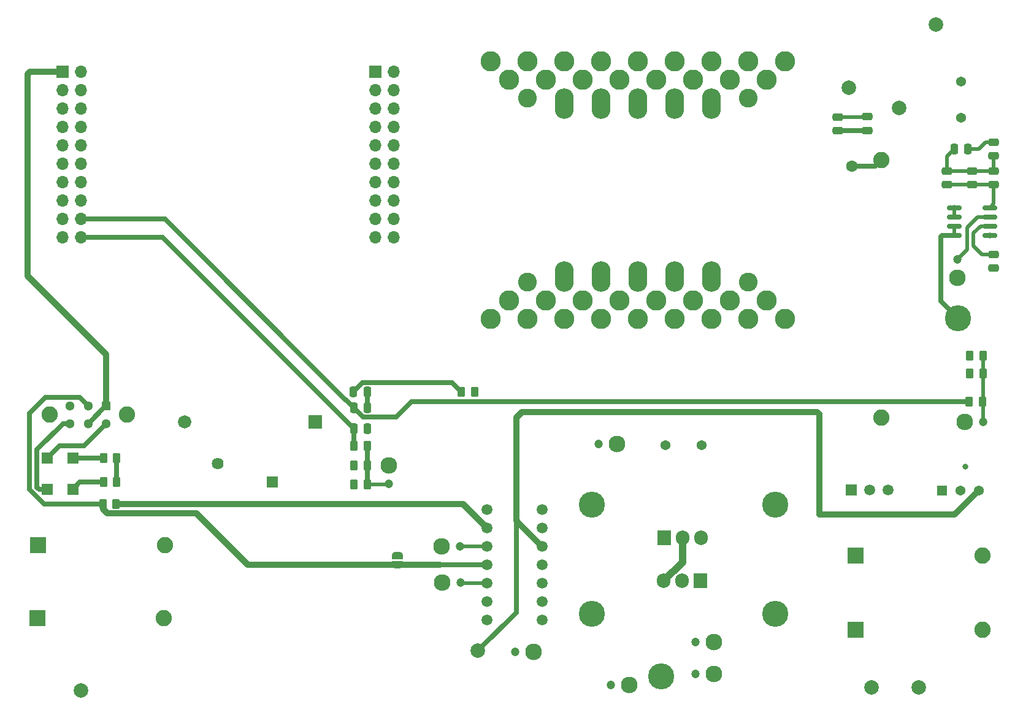
<source format=gtl>
%TF.GenerationSoftware,KiCad,Pcbnew,8.0.5*%
%TF.CreationDate,2024-10-11T09:15:33-05:00*%
%TF.ProjectId,Lab2_starter,4c616232-5f73-4746-9172-7465722e6b69,1*%
%TF.SameCoordinates,Original*%
%TF.FileFunction,Copper,L1,Top*%
%TF.FilePolarity,Positive*%
%FSLAX46Y46*%
G04 Gerber Fmt 4.6, Leading zero omitted, Abs format (unit mm)*
G04 Created by KiCad (PCBNEW 8.0.5) date 2024-10-11 09:15:33*
%MOMM*%
%LPD*%
G01*
G04 APERTURE LIST*
G04 Aperture macros list*
%AMRoundRect*
0 Rectangle with rounded corners*
0 $1 Rounding radius*
0 $2 $3 $4 $5 $6 $7 $8 $9 X,Y pos of 4 corners*
0 Add a 4 corners polygon primitive as box body*
4,1,4,$2,$3,$4,$5,$6,$7,$8,$9,$2,$3,0*
0 Add four circle primitives for the rounded corners*
1,1,$1+$1,$2,$3*
1,1,$1+$1,$4,$5*
1,1,$1+$1,$6,$7*
1,1,$1+$1,$8,$9*
0 Add four rect primitives between the rounded corners*
20,1,$1+$1,$2,$3,$4,$5,0*
20,1,$1+$1,$4,$5,$6,$7,0*
20,1,$1+$1,$6,$7,$8,$9,0*
20,1,$1+$1,$8,$9,$2,$3,0*%
%AMFreePoly0*
4,1,19,0.500000,-0.750000,0.000000,-0.750000,0.000000,-0.744911,-0.071157,-0.744911,-0.207708,-0.704816,-0.327430,-0.627875,-0.420627,-0.520320,-0.479746,-0.390866,-0.500000,-0.250000,-0.500000,0.250000,-0.479746,0.390866,-0.420627,0.520320,-0.327430,0.627875,-0.207708,0.704816,-0.071157,0.744911,0.000000,0.744911,0.000000,0.750000,0.500000,0.750000,0.500000,-0.750000,0.500000,-0.750000,
$1*%
%AMFreePoly1*
4,1,19,0.000000,0.744911,0.071157,0.744911,0.207708,0.704816,0.327430,0.627875,0.420627,0.520320,0.479746,0.390866,0.500000,0.250000,0.500000,-0.250000,0.479746,-0.390866,0.420627,-0.520320,0.327430,-0.627875,0.207708,-0.704816,0.071157,-0.744911,0.000000,-0.744911,0.000000,-0.750000,-0.500000,-0.750000,-0.500000,0.750000,0.000000,0.750000,0.000000,0.744911,0.000000,0.744911,
$1*%
G04 Aperture macros list end*
%TA.AperFunction,ComponentPad*%
%ADD10C,2.000000*%
%TD*%
%TA.AperFunction,ComponentPad*%
%ADD11C,2.300000*%
%TD*%
%TA.AperFunction,ComponentPad*%
%ADD12C,1.200000*%
%TD*%
%TA.AperFunction,SMDPad,CuDef*%
%ADD13RoundRect,0.250000X0.262500X0.450000X-0.262500X0.450000X-0.262500X-0.450000X0.262500X-0.450000X0*%
%TD*%
%TA.AperFunction,SMDPad,CuDef*%
%ADD14RoundRect,0.250000X0.475000X-0.250000X0.475000X0.250000X-0.475000X0.250000X-0.475000X-0.250000X0*%
%TD*%
%TA.AperFunction,ComponentPad*%
%ADD15C,3.600000*%
%TD*%
%TA.AperFunction,ComponentPad*%
%ADD16C,2.800000*%
%TD*%
%TA.AperFunction,ComponentPad*%
%ADD17C,2.600000*%
%TD*%
%TA.AperFunction,ComponentPad*%
%ADD18O,2.600000X4.200000*%
%TD*%
%TA.AperFunction,ComponentPad*%
%ADD19R,1.625600X1.625600*%
%TD*%
%TA.AperFunction,ComponentPad*%
%ADD20C,1.625600*%
%TD*%
%TA.AperFunction,SMDPad,CuDef*%
%ADD21R,1.500000X1.600000*%
%TD*%
%TA.AperFunction,ComponentPad*%
%ADD22C,2.250000*%
%TD*%
%TA.AperFunction,SMDPad,CuDef*%
%ADD23RoundRect,0.250000X-0.475000X0.250000X-0.475000X-0.250000X0.475000X-0.250000X0.475000X0.250000X0*%
%TD*%
%TA.AperFunction,SMDPad,CuDef*%
%ADD24RoundRect,0.250000X-0.262500X-0.450000X0.262500X-0.450000X0.262500X0.450000X-0.262500X0.450000X0*%
%TD*%
%TA.AperFunction,ComponentPad*%
%ADD25R,1.828800X1.828800*%
%TD*%
%TA.AperFunction,ComponentPad*%
%ADD26C,1.828800*%
%TD*%
%TA.AperFunction,SMDPad,CuDef*%
%ADD27RoundRect,0.250000X-0.250000X-0.475000X0.250000X-0.475000X0.250000X0.475000X-0.250000X0.475000X0*%
%TD*%
%TA.AperFunction,ComponentPad*%
%ADD28R,1.905000X2.000000*%
%TD*%
%TA.AperFunction,ComponentPad*%
%ADD29O,1.905000X2.000000*%
%TD*%
%TA.AperFunction,ComponentPad*%
%ADD30R,2.250000X2.250000*%
%TD*%
%TA.AperFunction,SMDPad,CuDef*%
%ADD31FreePoly0,270.000000*%
%TD*%
%TA.AperFunction,SMDPad,CuDef*%
%ADD32FreePoly1,270.000000*%
%TD*%
%TA.AperFunction,SMDPad,CuDef*%
%ADD33RoundRect,0.250000X0.250000X0.475000X-0.250000X0.475000X-0.250000X-0.475000X0.250000X-0.475000X0*%
%TD*%
%TA.AperFunction,ComponentPad*%
%ADD34R,1.508000X1.508000*%
%TD*%
%TA.AperFunction,ComponentPad*%
%ADD35C,1.508000*%
%TD*%
%TA.AperFunction,SMDPad,CuDef*%
%ADD36RoundRect,0.150000X-0.825000X-0.150000X0.825000X-0.150000X0.825000X0.150000X-0.825000X0.150000X0*%
%TD*%
%TA.AperFunction,ComponentPad*%
%ADD37R,1.700000X1.700000*%
%TD*%
%TA.AperFunction,ComponentPad*%
%ADD38O,1.700000X1.700000*%
%TD*%
%TA.AperFunction,ComponentPad*%
%ADD39C,1.371600*%
%TD*%
%TA.AperFunction,ComponentPad*%
%ADD40R,1.371600X1.371600*%
%TD*%
%TA.AperFunction,ComponentPad*%
%ADD41R,1.300000X1.300000*%
%TD*%
%TA.AperFunction,ComponentPad*%
%ADD42C,1.300000*%
%TD*%
%TA.AperFunction,ComponentPad*%
%ADD43C,1.507998*%
%TD*%
%TA.AperFunction,ViaPad*%
%ADD44C,0.800000*%
%TD*%
%TA.AperFunction,ViaPad*%
%ADD45C,1.600000*%
%TD*%
%TA.AperFunction,Conductor*%
%ADD46C,0.500000*%
%TD*%
%TA.AperFunction,Conductor*%
%ADD47C,0.700000*%
%TD*%
%TA.AperFunction,Conductor*%
%ADD48C,0.850000*%
%TD*%
%TA.AperFunction,Conductor*%
%ADD49C,0.250000*%
%TD*%
%TA.AperFunction,Conductor*%
%ADD50C,1.000000*%
%TD*%
G04 APERTURE END LIST*
D10*
%TO.P,TP7,1,1*%
%TO.N,GND*%
X29000000Y-134800000D03*
%TD*%
D11*
%TO.P,J15,1,Pin_1*%
%TO.N,GND*%
X71500000Y-103730000D03*
D12*
%TO.P,J15,2,Pin_2*%
%TO.N,Vout_sens*%
X71500000Y-106270000D03*
%TD*%
D13*
%TO.P,R6,1*%
%TO.N,Vin_sens*%
X153512500Y-91000000D03*
%TO.P,R6,2*%
%TO.N,GND*%
X151687500Y-91000000D03*
%TD*%
D14*
%TO.P,C2,1*%
%TO.N,+3.3V*%
X155000000Y-64950000D03*
%TO.P,C2,2*%
%TO.N,GND*%
X155000000Y-63050000D03*
%TD*%
D15*
%TO.P,J5,1,Pin_1*%
%TO.N,Vsw*%
X109100000Y-132800000D03*
%TD*%
D16*
%TO.P,L1,1,1*%
%TO.N,unconnected-(L1-Pad1)_9*%
X85540000Y-47858000D03*
%TO.N,unconnected-(L1-Pad1)_7*%
X88080000Y-50398000D03*
%TO.N,unconnected-(L1-Pad1)_11*%
X90620000Y-47858000D03*
D17*
%TO.N,unconnected-(L1-Pad1)_3*%
X90620000Y-52938000D03*
D16*
%TO.N,unconnected-(L1-Pad1)_13*%
X93160000Y-50398000D03*
%TO.N,unconnected-(L1-Pad1)_18*%
X95700000Y-47858000D03*
D18*
%TO.N,unconnected-(L1-Pad1)_23*%
X95700000Y-53700000D03*
D16*
%TO.N,unconnected-(L1-Pad1)_2*%
X98240000Y-50398000D03*
%TO.N,unconnected-(L1-Pad1)_15*%
X100780000Y-47858000D03*
D18*
%TO.N,unconnected-(L1-Pad1)_8*%
X100780000Y-53700000D03*
D16*
%TO.N,unconnected-(L1-Pad1)_21*%
X103320000Y-50398000D03*
%TO.N,unconnected-(L1-Pad1)_22*%
X105860000Y-47858000D03*
D18*
%TO.N,unconnected-(L1-Pad1)*%
X105860000Y-53700000D03*
D16*
%TO.N,unconnected-(L1-Pad1)_16*%
X108400000Y-50398000D03*
%TO.N,unconnected-(L1-Pad1)_19*%
X110940000Y-47858000D03*
D18*
%TO.N,unconnected-(L1-Pad1)_17*%
X110940000Y-53700000D03*
D16*
%TO.N,unconnected-(L1-Pad1)_4*%
X113480000Y-50398000D03*
%TO.N,unconnected-(L1-Pad1)_1*%
X116020000Y-47858000D03*
D18*
%TO.N,unconnected-(L1-Pad1)_6*%
X116020000Y-53700000D03*
D16*
%TO.N,unconnected-(L1-Pad1)_14*%
X118560000Y-50398000D03*
%TO.N,unconnected-(L1-Pad1)_10*%
X121100000Y-47858000D03*
D17*
%TO.N,unconnected-(L1-Pad1)_5*%
X121100000Y-52938000D03*
D16*
%TO.N,unconnected-(L1-Pad1)_20*%
X123640000Y-50398000D03*
%TO.N,unconnected-(L1-Pad1)_12*%
X126180000Y-47858000D03*
%TO.P,L1,2,2*%
%TO.N,unconnected-(L1-Pad2)_17*%
X85540000Y-83418000D03*
%TO.N,unconnected-(L1-Pad2)_14*%
X88080000Y-80878000D03*
D17*
%TO.N,unconnected-(L1-Pad2)_8*%
X90620000Y-78338000D03*
D16*
%TO.N,unconnected-(L1-Pad2)_20*%
X90620000Y-83418000D03*
%TO.N,unconnected-(L1-Pad2)_19*%
X93160000Y-80878000D03*
D18*
%TO.N,unconnected-(L1-Pad2)_15*%
X95700000Y-77576000D03*
D16*
%TO.N,unconnected-(L1-Pad2)_6*%
X95700000Y-83418000D03*
%TO.N,unconnected-(L1-Pad2)_13*%
X98240000Y-80878000D03*
D18*
%TO.N,unconnected-(L1-Pad2)_23*%
X100780000Y-77576000D03*
D16*
%TO.N,unconnected-(L1-Pad2)*%
X100780000Y-83418000D03*
%TO.N,unconnected-(L1-Pad2)_5*%
X103320000Y-80878000D03*
D18*
%TO.N,unconnected-(L1-Pad2)_3*%
X105860000Y-77576000D03*
D16*
%TO.N,unconnected-(L1-Pad2)_9*%
X105860000Y-83418000D03*
%TO.N,unconnected-(L1-Pad2)_2*%
X108400000Y-80878000D03*
D18*
%TO.N,unconnected-(L1-Pad2)_21*%
X110940000Y-77576000D03*
D16*
%TO.N,unconnected-(L1-Pad2)_4*%
X110940000Y-83418000D03*
%TO.N,unconnected-(L1-Pad2)_18*%
X113480000Y-80878000D03*
D18*
%TO.N,unconnected-(L1-Pad2)_22*%
X116020000Y-77576000D03*
D16*
%TO.N,unconnected-(L1-Pad2)_16*%
X116020000Y-83418000D03*
%TO.N,unconnected-(L1-Pad2)_1*%
X118560000Y-80878000D03*
D17*
%TO.N,unconnected-(L1-Pad2)_10*%
X121100000Y-78338000D03*
D16*
%TO.N,unconnected-(L1-Pad2)_7*%
X121100000Y-83418000D03*
%TO.N,unconnected-(L1-Pad2)_12*%
X123640000Y-80878000D03*
%TO.N,unconnected-(L1-Pad2)_11*%
X126180000Y-83418000D03*
%TD*%
D11*
%TO.P,J8,1,Pin_1*%
%TO.N,GND*%
X104700000Y-134000000D03*
D12*
%TO.P,J8,2,Pin_2*%
%TO.N,D'*%
X102160000Y-134000000D03*
%TD*%
D19*
%TO.P,RV1,1*%
%TO.N,Vout*%
X55388000Y-105950000D03*
D20*
%TO.P,RV1,2*%
%TO.N,GND*%
X47888000Y-103450000D03*
%TD*%
D10*
%TO.P,TP5,1,1*%
%TO.N,+3.3V*%
X141900000Y-54300000D03*
%TD*%
D21*
%TO.P,D3,1,K*%
%TO.N,Net-(D3-K)*%
X27850000Y-107000000D03*
%TO.P,D3,2,A*%
%TO.N,Net-(D3-A)*%
X24350000Y-107000000D03*
%TD*%
D22*
%TO.P,F1,1*%
%TO.N,+24V*%
X139500000Y-61500000D03*
%TO.P,F1,2*%
%TO.N,Vin*%
X139500000Y-97100000D03*
%TD*%
D23*
%TO.P,C1,1*%
%TO.N,Net-(U2-FILTER)*%
X155000000Y-74550000D03*
%TO.P,C1,2*%
%TO.N,GND*%
X155000000Y-76450000D03*
%TD*%
D11*
%TO.P,J7,1,Pin_1*%
%TO.N,GND*%
X78830000Y-119900000D03*
D12*
%TO.P,J7,2,Pin_2*%
%TO.N,C2000 D *%
X81370000Y-119900000D03*
%TD*%
D24*
%TO.P,R8,1*%
%TO.N,Net-(C11-Pad1)*%
X66687500Y-101000000D03*
%TO.P,R8,2*%
%TO.N,Vout_sens*%
X68512500Y-101000000D03*
%TD*%
D11*
%TO.P,J13,1,Pin_1*%
%TO.N,GND*%
X116400000Y-128100000D03*
D12*
%TO.P,J13,2,Pin_2*%
%TO.N,Vout*%
X113860000Y-128100000D03*
%TD*%
D14*
%TO.P,C10,1*%
%TO.N,+3.3V*%
X148500000Y-64950000D03*
%TO.P,C10,2*%
%TO.N,GND*%
X148500000Y-63050000D03*
%TD*%
D25*
%TO.P,D1,1,K*%
%TO.N,Vout*%
X61331200Y-97700000D03*
D26*
%TO.P,D1,2,A*%
%TO.N,GND*%
X43271800Y-97700000D03*
%TD*%
D24*
%TO.P,R7,1*%
%TO.N,Net-(C8-Pad1)*%
X81487500Y-93500000D03*
%TO.P,R7,2*%
%TO.N,I_L*%
X83312500Y-93500000D03*
%TD*%
D27*
%TO.P,C14,1*%
%TO.N,Net-(C14-Pad1)*%
X66650000Y-95700000D03*
%TO.P,C14,2*%
%TO.N,GND*%
X68550000Y-95700000D03*
%TD*%
D28*
%TO.P,Q1,1,G*%
%TO.N,D*%
X109483250Y-113650000D03*
D29*
%TO.P,Q1,2,D*%
%TO.N,Vsw*%
X112023250Y-113650000D03*
%TO.P,Q1,3,S*%
%TO.N,GND*%
X114563250Y-113650000D03*
%TD*%
D30*
%TO.P,J3,1,Pin_1*%
%TO.N,Vout*%
X23050000Y-114700000D03*
D22*
X40550000Y-114700000D03*
%TD*%
D14*
%TO.P,C7,1*%
%TO.N,+24V*%
X133500000Y-57500000D03*
%TO.P,C7,2*%
%TO.N,GND*%
X133500000Y-55600000D03*
%TD*%
D30*
%TO.P,J4,1,Pin_1*%
%TO.N,GND*%
X22950000Y-124800000D03*
D22*
X40450000Y-124800000D03*
%TD*%
D30*
%TO.P,J1,1,Pin_1*%
%TO.N,+24V*%
X135950000Y-116100000D03*
D22*
X153450000Y-116100000D03*
%TD*%
D11*
%TO.P,J11,1,Pin_1*%
%TO.N,GND*%
X78730000Y-114900000D03*
D12*
%TO.P,J11,2,Pin_2*%
%TO.N,C2000 D'*%
X81270000Y-114900000D03*
%TD*%
D31*
%TO.P,JP1,1,A*%
%TO.N,Net-(JP1-A)*%
X72700000Y-116100000D03*
D32*
%TO.P,JP1,2,B*%
%TO.N,SD*%
X72700000Y-117400000D03*
%TD*%
D27*
%TO.P,C8,1*%
%TO.N,Net-(C8-Pad1)*%
X66600000Y-93500000D03*
%TO.P,C8,2*%
%TO.N,GND*%
X68500000Y-93500000D03*
%TD*%
D28*
%TO.P,Q2,1,G*%
%TO.N,D'*%
X114483250Y-119650000D03*
D29*
%TO.P,Q2,2,D*%
%TO.N,Vout*%
X111943250Y-119650000D03*
%TO.P,Q2,3,S*%
%TO.N,Vsw*%
X109403250Y-119650000D03*
%TD*%
D24*
%TO.P,R10,1*%
%TO.N,Net-(D3-K)*%
X32087500Y-106000000D03*
%TO.P,R10,2*%
%TO.N,GND*%
X33912500Y-106000000D03*
%TD*%
%TO.P,R5,1*%
%TO.N,Vin*%
X151687500Y-88500000D03*
%TO.P,R5,2*%
%TO.N,Vin_sens*%
X153512500Y-88500000D03*
%TD*%
D14*
%TO.P,C13,1*%
%TO.N,+24V*%
X137500000Y-57450000D03*
%TO.P,C13,2*%
%TO.N,GND*%
X137500000Y-55550000D03*
%TD*%
D10*
%TO.P,TP2,1,1*%
%TO.N,GND*%
X138100000Y-134300000D03*
%TD*%
D21*
%TO.P,D4,1,K*%
%TO.N,Net-(D4-K)*%
X27850000Y-102700000D03*
%TO.P,D4,2,A*%
%TO.N,Net-(D4-A)*%
X24350000Y-102700000D03*
%TD*%
D15*
%TO.P,J6,1,Pin_1*%
%TO.N,/L_in*%
X150100000Y-83400000D03*
%TD*%
D33*
%TO.P,C20,1*%
%TO.N,+3.3V*%
X151450000Y-60000000D03*
%TO.P,C20,2*%
%TO.N,GND*%
X149550000Y-60000000D03*
%TD*%
D11*
%TO.P,J16,1,Pin_1*%
%TO.N,GND*%
X150000000Y-77770000D03*
D12*
%TO.P,J16,2,Pin_2*%
%TO.N,I_L*%
X150000000Y-75230000D03*
%TD*%
D27*
%TO.P,C11,1*%
%TO.N,Net-(C11-Pad1)*%
X66650000Y-98600000D03*
%TO.P,C11,2*%
%TO.N,GND*%
X68550000Y-98600000D03*
%TD*%
D11*
%TO.P,J14,1,Pin_1*%
%TO.N,GND*%
X151030000Y-97700000D03*
D12*
%TO.P,J14,2,Pin_2*%
%TO.N,Vin_sens*%
X153570000Y-97700000D03*
%TD*%
D11*
%TO.P,J10,1,Pin_1*%
%TO.N,GND*%
X116370000Y-132500000D03*
D12*
%TO.P,J10,2,Pin_2*%
%TO.N,Vsw*%
X113830000Y-132500000D03*
%TD*%
D24*
%TO.P,R12,1*%
%TO.N,SD*%
X32000000Y-109000000D03*
%TO.P,R12,2*%
%TO.N,+3.3V*%
X33825000Y-109000000D03*
%TD*%
%TO.P,R11,1*%
%TO.N,Net-(D4-K)*%
X32087500Y-102700000D03*
%TO.P,R11,2*%
%TO.N,GND*%
X33912500Y-102700000D03*
%TD*%
D34*
%TO.P,PS1,1,VIN*%
%TO.N,+24V*%
X135360000Y-107050000D03*
D35*
%TO.P,PS1,2,GND*%
%TO.N,GND*%
X137900000Y-107050000D03*
%TO.P,PS1,3,VOUT*%
%TO.N,+3.3V*%
X140440000Y-107050000D03*
%TD*%
D10*
%TO.P,TP13,1,1*%
%TO.N,GND*%
X147000000Y-42800000D03*
%TD*%
%TO.P,TP3,1,1*%
%TO.N,+12V*%
X83800000Y-129300000D03*
%TD*%
D11*
%TO.P,J12,1,Pin_1*%
%TO.N,GND*%
X91440000Y-129400000D03*
D12*
%TO.P,J12,2,Pin_2*%
%TO.N,Vboot*%
X88900000Y-129400000D03*
%TD*%
D14*
%TO.P,C21,1*%
%TO.N,+3.3V*%
X152000000Y-64950000D03*
%TO.P,C21,2*%
%TO.N,GND*%
X152000000Y-63050000D03*
%TD*%
D11*
%TO.P,J9,1,Pin_1*%
%TO.N,GND*%
X103000000Y-100700000D03*
D12*
%TO.P,J9,2,Pin_2*%
%TO.N,D*%
X100460000Y-100700000D03*
%TD*%
D36*
%TO.P,U2,1,IP+*%
%TO.N,Vin*%
X149525000Y-68095000D03*
%TO.P,U2,2,IP+*%
X149525000Y-69365000D03*
%TO.P,U2,3,IP-*%
%TO.N,/L_in*%
X149525000Y-70635000D03*
%TO.P,U2,4,IP-*%
X149525000Y-71905000D03*
%TO.P,U2,5,GND*%
%TO.N,GND*%
X154475000Y-71905000D03*
%TO.P,U2,6,FILTER*%
%TO.N,Net-(U2-FILTER)*%
X154475000Y-70635000D03*
%TO.P,U2,7,OUT*%
%TO.N,I_L*%
X154475000Y-69365000D03*
%TO.P,U2,8,VCC*%
%TO.N,+3.3V*%
X154475000Y-68095000D03*
%TD*%
D37*
%TO.P,U3,41*%
%TO.N,+3.3V*%
X26440000Y-49370000D03*
D38*
%TO.P,U3,42*%
%TO.N,unconnected-(U3-Pad42)*%
X26440000Y-51910000D03*
%TO.P,U3,43*%
%TO.N,unconnected-(U3-Pad43)*%
X26440000Y-54450000D03*
%TO.P,U3,44*%
%TO.N,unconnected-(U3-Pad44)*%
X26440000Y-56990000D03*
%TO.P,U3,45*%
%TO.N,unconnected-(U3-Pad45)*%
X26440000Y-59530000D03*
%TO.P,U3,46*%
%TO.N,unconnected-(U3-Pad46)*%
X26440000Y-62070000D03*
%TO.P,U3,47*%
%TO.N,unconnected-(U3-Pad47)*%
X26440000Y-64610000D03*
%TO.P,U3,48*%
%TO.N,Net-(C8-Pad1)*%
X26440000Y-67150000D03*
%TO.P,U3,49*%
%TO.N,unconnected-(U3-Pad49)*%
X26440000Y-69690000D03*
%TO.P,U3,50*%
%TO.N,unconnected-(U3-Pad50)*%
X26440000Y-72230000D03*
%TO.P,U3,51*%
%TO.N,unconnected-(U3-Pad51)*%
X72160000Y-72230000D03*
%TO.P,U3,52*%
%TO.N,unconnected-(U3-Pad52)*%
X72160000Y-69690000D03*
%TO.P,U3,53*%
%TO.N,unconnected-(U3-Pad53)*%
X72160000Y-67150000D03*
%TO.P,U3,54*%
%TO.N,unconnected-(U3-Pad54)*%
X72160000Y-64610000D03*
%TO.P,U3,55*%
%TO.N,unconnected-(U3-Pad55)*%
X72160000Y-62070000D03*
%TO.P,U3,56*%
%TO.N,unconnected-(U3-Pad56)*%
X72160000Y-59530000D03*
%TO.P,U3,57*%
%TO.N,unconnected-(U3-Pad57)*%
X72160000Y-56990000D03*
%TO.P,U3,58*%
%TO.N,unconnected-(U3-Pad58)*%
X72160000Y-54450000D03*
%TO.P,U3,59*%
%TO.N,unconnected-(U3-Pad59)*%
X72160000Y-51910000D03*
%TO.P,U3,60*%
%TO.N,GND*%
X72160000Y-49370000D03*
%TO.P,U3,61*%
%TO.N,unconnected-(U3-Pad61)*%
X28980000Y-49370000D03*
%TO.P,U3,62*%
%TO.N,GND*%
X28980000Y-51910000D03*
%TO.P,U3,63*%
%TO.N,unconnected-(U3-Pad63)*%
X28980000Y-54450000D03*
%TO.P,U3,64*%
%TO.N,unconnected-(U3-Pad64)*%
X28980000Y-56990000D03*
%TO.P,U3,65*%
%TO.N,unconnected-(U3-Pad65)*%
X28980000Y-59530000D03*
%TO.P,U3,66*%
%TO.N,unconnected-(U3-Pad66)*%
X28980000Y-62070000D03*
%TO.P,U3,67*%
%TO.N,unconnected-(U3-Pad67)*%
X28980000Y-64610000D03*
%TO.P,U3,68*%
%TO.N,unconnected-(U3-Pad68)*%
X28980000Y-67150000D03*
%TO.P,U3,69*%
%TO.N,Net-(C14-Pad1)*%
X28980000Y-69690000D03*
%TO.P,U3,70*%
%TO.N,Net-(C11-Pad1)*%
X28980000Y-72230000D03*
%TO.P,U3,71*%
%TO.N,unconnected-(U3-Pad71)*%
X69620000Y-72230000D03*
%TO.P,U3,72*%
%TO.N,unconnected-(U3-Pad72)*%
X69620000Y-69690000D03*
%TO.P,U3,73*%
%TO.N,unconnected-(U3-Pad73)*%
X69620000Y-67150000D03*
%TO.P,U3,74*%
%TO.N,Net-(JP1-A)*%
X69620000Y-64610000D03*
%TO.P,U3,75*%
%TO.N,unconnected-(U3-Pad75)*%
X69620000Y-62070000D03*
%TO.P,U3,76*%
%TO.N,unconnected-(U3-Pad76)*%
X69620000Y-59530000D03*
%TO.P,U3,77*%
%TO.N,unconnected-(U3-Pad77)*%
X69620000Y-56990000D03*
%TO.P,U3,78*%
%TO.N,unconnected-(U3-Pad78)*%
X69620000Y-54450000D03*
%TO.P,U3,79*%
%TO.N,C2000 D'*%
X69620000Y-51910000D03*
D37*
%TO.P,U3,80*%
%TO.N,C2000 D *%
X69620000Y-49370000D03*
%TD*%
D39*
%TO.P,C16,1*%
%TO.N,Vout*%
X109700000Y-100900000D03*
%TO.P,C16,2*%
%TO.N,GND*%
X114700000Y-100900000D03*
%TD*%
D15*
%TO.P,HS1,*%
%TO.N,*%
X99483250Y-109150000D03*
X124819750Y-109146434D03*
%TD*%
D24*
%TO.P,R9,1*%
%TO.N,Net-(C14-Pad1)*%
X151587500Y-94900000D03*
%TO.P,R9,2*%
%TO.N,Vin_sens*%
X153412500Y-94900000D03*
%TD*%
D13*
%TO.P,R2,1*%
%TO.N,Vout_sens*%
X68512500Y-103700000D03*
%TO.P,R2,2*%
%TO.N,GND*%
X66687500Y-103700000D03*
%TD*%
D15*
%TO.P,HS2,*%
%TO.N,*%
X99483250Y-124150000D03*
X124819750Y-124146434D03*
%TD*%
D40*
%TO.P,PS2,1,VIN*%
%TO.N,+24V*%
X147860000Y-107149932D03*
D39*
%TO.P,PS2,2,GND*%
%TO.N,GND*%
X150400000Y-107149932D03*
%TO.P,PS2,3,VOUT*%
%TO.N,+12V*%
X152940000Y-107149932D03*
%TD*%
D23*
%TO.P,C19,1*%
%TO.N,+3.3V*%
X155000000Y-59050000D03*
%TO.P,C19,2*%
%TO.N,GND*%
X155000000Y-60950000D03*
%TD*%
D10*
%TO.P,TP1,1,1*%
%TO.N,+24V*%
X135000000Y-51500000D03*
%TD*%
%TO.P,TP11,1,1*%
%TO.N,GND*%
X144600000Y-134300000D03*
%TD*%
D30*
%TO.P,J2,1,Pin_1*%
%TO.N,GND*%
X135950000Y-126400000D03*
D22*
X153450000Y-126400000D03*
%TD*%
D24*
%TO.P,R1,1*%
%TO.N,Vout*%
X66687500Y-106300000D03*
%TO.P,R1,2*%
%TO.N,Vout_sens*%
X68512500Y-106300000D03*
%TD*%
D22*
%TO.P,SW1,*%
%TO.N,*%
X35350000Y-96700000D03*
X24650000Y-96700000D03*
D41*
%TO.P,SW1,1,A*%
%TO.N,+3.3V*%
X32500000Y-95500000D03*
D42*
%TO.P,SW1,2,B*%
%TO.N,SD*%
X30000000Y-95500000D03*
%TO.P,SW1,3,C*%
%TO.N,GND*%
X27500000Y-95500000D03*
%TO.P,SW1,4,A*%
%TO.N,Net-(D3-A)*%
X27500000Y-97900000D03*
%TO.P,SW1,5,B*%
%TO.N,+3.3V*%
X30000000Y-97900000D03*
%TO.P,SW1,6,C*%
%TO.N,Net-(D4-A)*%
X32500000Y-97900000D03*
%TD*%
D39*
%TO.P,C6,1*%
%TO.N,Vin*%
X150500000Y-55700000D03*
%TO.P,C6,2*%
%TO.N,GND*%
X150500000Y-50700000D03*
%TD*%
D43*
%TO.P,U1,1,LO*%
%TO.N,Net-(U1-LO)*%
X92653250Y-109800000D03*
%TO.P,U1,2,COM*%
%TO.N,GND*%
X92653250Y-112340000D03*
%TO.P,U1,3,VCC*%
%TO.N,+12V*%
X92653250Y-114880000D03*
%TO.P,U1,4,NC*%
%TO.N,unconnected-(U1-NC-Pad4)*%
X92653250Y-117420000D03*
%TO.P,U1,5,VS*%
%TO.N,Vsw*%
X92653250Y-119960000D03*
%TO.P,U1,6,VB*%
%TO.N,Vboot*%
X92653250Y-122500000D03*
%TO.P,U1,7,HO*%
%TO.N,Net-(U1-HO)*%
X92653250Y-125040000D03*
%TO.P,U1,8,NC*%
%TO.N,unconnected-(U1-NC-Pad8)*%
X85033250Y-109800000D03*
%TO.P,U1,9,VDD*%
%TO.N,+3.3V*%
X85033250Y-112340000D03*
%TO.P,U1,10,HIN*%
%TO.N,C2000 D'*%
X85033250Y-114880000D03*
%TO.P,U1,11,SD*%
%TO.N,SD*%
X85033250Y-117420000D03*
%TO.P,U1,12,LIN*%
%TO.N,C2000 D *%
X85033250Y-119960000D03*
%TO.P,U1,13,VSS*%
%TO.N,GND*%
X85033250Y-122500000D03*
%TO.P,U1,14,NC*%
%TO.N,unconnected-(U1-NC-Pad14)*%
X85033250Y-125040000D03*
%TD*%
D44*
%TO.N,+3.3V*%
X33825000Y-109000000D03*
X148500000Y-64950000D03*
X155000000Y-59050000D03*
%TO.N,GND*%
X154475000Y-71905000D03*
X33912500Y-102700000D03*
X137500000Y-55500000D03*
X66687500Y-103700000D03*
X68550000Y-98600000D03*
X151100000Y-103900000D03*
X68500000Y-93430636D03*
X155000000Y-76500000D03*
X151687500Y-91000000D03*
X152000000Y-63050000D03*
%TO.N,+24V*%
X133500000Y-57500000D03*
D45*
X135400000Y-62400000D03*
D44*
%TO.N,Net-(C8-Pad1)*%
X66600000Y-93500000D03*
%TO.N,Vout*%
X66687500Y-106300000D03*
%TO.N,I_L*%
X83312500Y-93500000D03*
%TO.N,Net-(JP1-A)*%
X72700000Y-116100000D03*
%TO.N,Vin*%
X149525000Y-68095000D03*
X151687500Y-88500000D03*
%TD*%
D46*
%TO.N,+3.3V*%
X155000000Y-67570000D02*
X154475000Y-68095000D01*
D47*
X32500000Y-95500000D02*
X32400000Y-95500000D01*
X32400000Y-95500000D02*
X30000000Y-97900000D01*
D46*
X155000000Y-64950000D02*
X155000000Y-67570000D01*
D48*
X21930000Y-49370000D02*
X26440000Y-49370000D01*
D46*
X152900000Y-60000000D02*
X151450000Y-60000000D01*
X148500000Y-64950000D02*
X152000000Y-64950000D01*
D48*
X32500000Y-95500000D02*
X32500000Y-88400000D01*
X21600000Y-49700000D02*
X21930000Y-49370000D01*
D46*
X153850000Y-59050000D02*
X152900000Y-60000000D01*
X155000000Y-64950000D02*
X152000000Y-64950000D01*
D48*
X81693250Y-109000000D02*
X85033250Y-112340000D01*
X33825000Y-109000000D02*
X81693250Y-109000000D01*
X32500000Y-88400000D02*
X21600000Y-77500000D01*
X21600000Y-77500000D02*
X21600000Y-49700000D01*
D46*
X155000000Y-59050000D02*
X153850000Y-59050000D01*
%TO.N,GND*%
X148500000Y-61050000D02*
X149550000Y-60000000D01*
D47*
X33912500Y-102700000D02*
X33912500Y-105900000D01*
D46*
X148500000Y-63050000D02*
X148500000Y-61050000D01*
D47*
X68500000Y-95650000D02*
X68550000Y-95700000D01*
D46*
X137450000Y-55600000D02*
X137500000Y-55550000D01*
X133500000Y-55600000D02*
X137450000Y-55600000D01*
X148500000Y-63050000D02*
X152000000Y-63050000D01*
X155000000Y-63050000D02*
X152000000Y-63050000D01*
X155000000Y-63050000D02*
X155000000Y-60950000D01*
D47*
X68500000Y-93500000D02*
X68500000Y-95650000D01*
D46*
%TO.N,Net-(U2-FILTER)*%
X153350000Y-74550000D02*
X152200000Y-73400000D01*
X153165000Y-70635000D02*
X154475000Y-70635000D01*
X155000000Y-74550000D02*
X153350000Y-74550000D01*
X152200000Y-71600000D02*
X153165000Y-70635000D01*
X152200000Y-73400000D02*
X152200000Y-71600000D01*
D47*
%TO.N,+24V*%
X138600000Y-62400000D02*
X139500000Y-61500000D01*
X135400000Y-62400000D02*
X138600000Y-62400000D01*
X137450000Y-57500000D02*
X137500000Y-57450000D01*
X133500000Y-57500000D02*
X137450000Y-57500000D01*
%TO.N,Net-(C8-Pad1)*%
X81487500Y-93500000D02*
X80212500Y-92225000D01*
X67875000Y-92225000D02*
X66600000Y-93500000D01*
X80212500Y-92225000D02*
X67875000Y-92225000D01*
%TO.N,Net-(C11-Pad1)*%
X66650000Y-98600000D02*
X66650000Y-100962500D01*
X40280000Y-72230000D02*
X28980000Y-72230000D01*
X66650000Y-100962500D02*
X66687500Y-101000000D01*
X66650000Y-98600000D02*
X40280000Y-72230000D01*
%TO.N,Net-(C14-Pad1)*%
X67950000Y-97000000D02*
X72500000Y-97000000D01*
X66650000Y-95700000D02*
X65550000Y-94600000D01*
X65510000Y-94600000D02*
X40600000Y-69690000D01*
X72500000Y-97000000D02*
X74600000Y-94900000D01*
X65550000Y-94600000D02*
X65510000Y-94600000D01*
X40600000Y-69690000D02*
X28980000Y-69690000D01*
X66650000Y-95700000D02*
X67950000Y-97000000D01*
X74600000Y-94900000D02*
X151587500Y-94900000D01*
%TO.N,+12V*%
X89100000Y-124000000D02*
X89100000Y-111300000D01*
D48*
X89100000Y-97100000D02*
X89100000Y-111300000D01*
X130900000Y-96600000D02*
X130600000Y-96300000D01*
X89300000Y-111526750D02*
X92653250Y-114880000D01*
X89100000Y-111300000D02*
X89300000Y-111500000D01*
X130900000Y-110500000D02*
X130900000Y-96600000D01*
X130600000Y-96300000D02*
X89900000Y-96300000D01*
D47*
X83800000Y-129300000D02*
X89100000Y-124000000D01*
D48*
X152940000Y-107149932D02*
X149589932Y-110500000D01*
X89900000Y-96300000D02*
X89100000Y-97100000D01*
X149589932Y-110500000D02*
X130900000Y-110500000D01*
X89300000Y-111500000D02*
X89300000Y-111526750D01*
%TO.N,Vout*%
X61331200Y-97700000D02*
X61331200Y-98043700D01*
D49*
X55388000Y-105950000D02*
X55950000Y-105950000D01*
D47*
%TO.N,Net-(D3-A)*%
X26500000Y-97900000D02*
X27500000Y-97900000D01*
X22900000Y-106700000D02*
X22900000Y-101500000D01*
X22900000Y-101500000D02*
X26500000Y-97900000D01*
X23200000Y-107000000D02*
X22900000Y-106700000D01*
X24350000Y-107000000D02*
X23200000Y-107000000D01*
%TO.N,Net-(D3-K)*%
X28850000Y-106000000D02*
X27850000Y-107000000D01*
X32087500Y-106000000D02*
X28850000Y-106000000D01*
%TO.N,Net-(D4-A)*%
X24350000Y-102700000D02*
X26050000Y-101000000D01*
X29400000Y-101000000D02*
X32500000Y-97900000D01*
X26050000Y-101000000D02*
X29400000Y-101000000D01*
%TO.N,Net-(D4-K)*%
X32087500Y-102700000D02*
X27850000Y-102700000D01*
D50*
%TO.N,Vsw*%
X112023250Y-117030000D02*
X109403250Y-119650000D01*
X112023250Y-113650000D02*
X112023250Y-117030000D01*
D47*
%TO.N,/L_in*%
X149525000Y-71905000D02*
X147895000Y-71905000D01*
X147895000Y-71905000D02*
X147700000Y-72100000D01*
X147700000Y-72100000D02*
X147700000Y-81000000D01*
X147700000Y-81000000D02*
X150100000Y-83400000D01*
D46*
X149525000Y-70635000D02*
X149525000Y-71905000D01*
%TO.N,C2000 D *%
X81430000Y-119960000D02*
X81370000Y-119900000D01*
X85033250Y-119960000D02*
X81430000Y-119960000D01*
%TO.N,C2000 D'*%
X85033250Y-114880000D02*
X81290000Y-114880000D01*
X81290000Y-114880000D02*
X81270000Y-114900000D01*
%TO.N,Vin_sens*%
X153512500Y-91000000D02*
X153512500Y-94000000D01*
X153512500Y-94000000D02*
X153512500Y-97687500D01*
X153512500Y-88500000D02*
X153512500Y-91000000D01*
X153512500Y-97687500D02*
X153500000Y-97700000D01*
D49*
X153425000Y-94000000D02*
X153425000Y-93825000D01*
X153425000Y-93825000D02*
X153512500Y-93737500D01*
D46*
%TO.N,Vout_sens*%
X68512500Y-106300000D02*
X71170000Y-106300000D01*
D47*
X68512500Y-106300000D02*
X68512500Y-103700000D01*
D46*
X71170000Y-106300000D02*
X71200000Y-106270000D01*
D47*
X68512500Y-101000000D02*
X68512500Y-103700000D01*
D46*
%TO.N,I_L*%
X152735000Y-69365000D02*
X154475000Y-69365000D01*
X151300000Y-70800000D02*
X152735000Y-69365000D01*
X151300000Y-73930000D02*
X151300000Y-70800000D01*
X150000000Y-75230000D02*
X151300000Y-73930000D01*
D47*
%TO.N,SD*%
X21900000Y-106972792D02*
X21900000Y-96500000D01*
X24100000Y-94300000D02*
X28800000Y-94300000D01*
X78520000Y-117420000D02*
X78500000Y-117400000D01*
X28800000Y-94300000D02*
X30000000Y-95500000D01*
D48*
X32000000Y-109700000D02*
X32000000Y-109000000D01*
X78500000Y-117400000D02*
X52000000Y-117400000D01*
X44925000Y-110325000D02*
X32625000Y-110325000D01*
X32625000Y-110325000D02*
X32000000Y-109700000D01*
D47*
X23927208Y-109000000D02*
X21900000Y-106972792D01*
D49*
X32000000Y-108500000D02*
X32000000Y-109000000D01*
D47*
X85033250Y-117420000D02*
X78520000Y-117420000D01*
X21900000Y-96500000D02*
X24100000Y-94300000D01*
X32000000Y-109000000D02*
X23927208Y-109000000D01*
D48*
X52000000Y-117400000D02*
X44925000Y-110325000D01*
D46*
%TO.N,Vin*%
X149525000Y-68095000D02*
X149525000Y-69365000D01*
%TD*%
M02*

</source>
